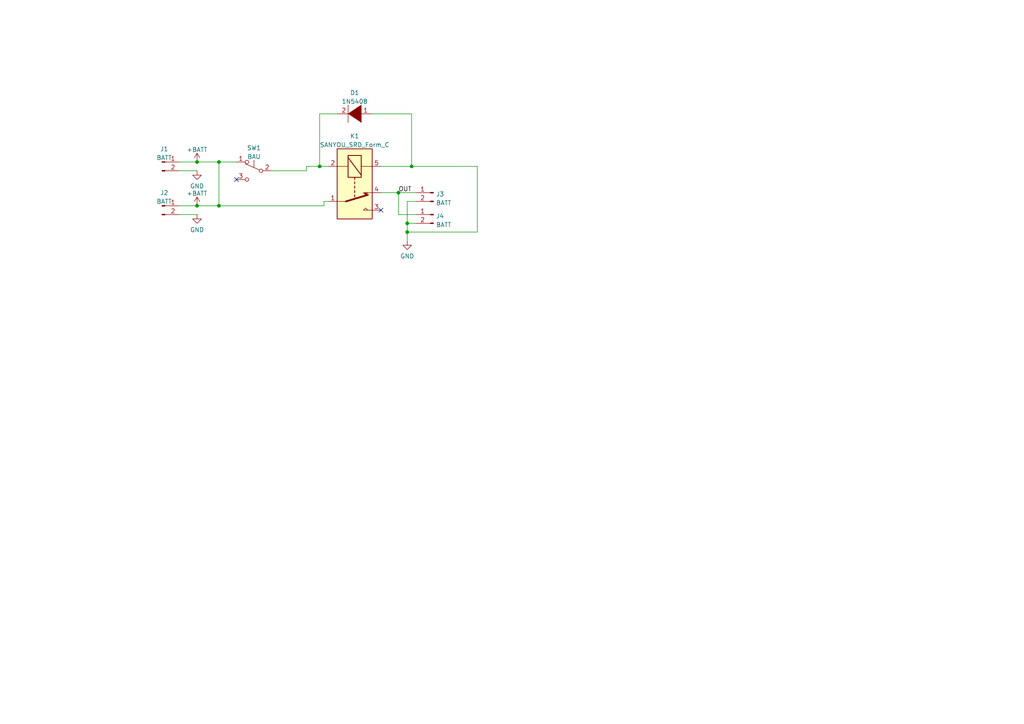
<source format=kicad_sch>
(kicad_sch (version 20211123) (generator eeschema)
  (paper "A4")
  (lib_symbols
    (symbol "Connector:Conn_01x02_Male" (pin_names (offset 1.016) hide)
      (property "Reference" "J" (at 0 2.54 0))
      (property "Value" "Conn_01x02_Male" (at 0 -5.08 0))
      (symbol "Conn_01x02_Male_1_1"
        (polyline (pts (xy 1.27 -2.54) (xy 0.8636 -2.54)) (stroke (width 0.1524)))
        (polyline (pts (xy 1.27 0) (xy 0.8636 0)) (stroke (width 0.1524)))
        (rectangle (start 0.8636 -2.413) (end 0 -2.667) (stroke (width 0.1524)) (fill (type outline)))
        (rectangle (start 0.8636 0.127) (end 0 -0.127) (stroke (width 0.1524)) (fill (type outline)))
        (pin passive line (at 5.08 0 180) (length 3.81) (name "Pin_1") (number "1"))
        (pin passive line (at 5.08 -2.54 180) (length 3.81) (name "Pin_2") (number "2"))
      )
    )
    (symbol "Relay:SANYOU_SRD_Form_C"
      (property "Reference" "K" (at 11.43 3.81 0))
      (property "Value" "SANYOU_SRD_Form_C" (at 11.43 1.27 0))
      (symbol "SANYOU_SRD_Form_C_0_0"
        (polyline (pts (xy 7.62 5.08) (xy 7.62 2.54) (xy 6.985 3.175) (xy 7.62 3.81)))
      )
      (symbol "SANYOU_SRD_Form_C_0_1"
        (rectangle (start -10.16 5.08) (end 10.16 -5.08) (stroke (width 0.254)) (fill (type background)))
        (rectangle (start -8.255 1.905) (end -1.905 -1.905) (stroke (width 0.254)))
        (polyline (pts (xy -7.62 -1.905) (xy -2.54 1.905)) (stroke (width 0.254)))
        (polyline (pts (xy -5.08 -5.08) (xy -5.08 -1.905)))
        (polyline (pts (xy -5.08 5.08) (xy -5.08 1.905)))
        (polyline (pts (xy -1.905 0) (xy -1.27 0)) (stroke (width 0.254)))
        (polyline (pts (xy -0.635 0) (xy 0 0)) (stroke (width 0.254)))
        (polyline (pts (xy 0.635 0) (xy 1.27 0)) (stroke (width 0.254)))
        (polyline (pts (xy 1.905 0) (xy 2.54 0)) (stroke (width 0.254)))
        (polyline (pts (xy 3.175 0) (xy 3.81 0)) (stroke (width 0.254)))
        (polyline (pts (xy 5.08 -2.54) (xy 3.175 3.81)) (stroke (width 0.508)))
        (polyline (pts (xy 5.08 -2.54) (xy 5.08 -5.08)))
      )
      (symbol "SANYOU_SRD_Form_C_1_1"
        (polyline (pts (xy 2.54 3.81) (xy 3.175 3.175) (xy 2.54 2.54) (xy 2.54 5.08)) (fill (type outline)))
        (pin passive line (at 5.08 -7.62 90) (length 2.54) (name "~") (number "1"))
        (pin passive line (at -5.08 -7.62 90) (length 2.54) (name "~") (number "2"))
        (pin passive line (at 7.62 7.62 270) (length 2.54) (name "~") (number "3"))
        (pin passive line (at 2.54 7.62 270) (length 2.54) (name "~") (number "4"))
        (pin passive line (at -5.08 7.62 270) (length 2.54) (name "~") (number "5"))
      )
    )
    (symbol "Switch:SW_Push_SPDT" (pin_names (offset 0) hide)
      (property "Reference" "SW" (at 0 4.318 0))
      (property "Value" "SW_Push_SPDT" (at 0 -5.08 0))
      (symbol "SW_Push_SPDT_0_0"
        (circle (center -2.032 0) (radius 0.508))
        (polyline (pts (xy 0 1.016) (xy 0 3.048)))
        (circle (center 2.032 -2.54) (radius 0.508))
      )
      (symbol "SW_Push_SPDT_0_1"
        (polyline (pts (xy -1.524 0.254) (xy 2.54 2.032)))
        (circle (center 2.032 2.54) (radius 0.508))
      )
      (symbol "SW_Push_SPDT_1_1"
        (pin passive line (at 5.08 2.54 180) (length 2.54) (name "A") (number "1"))
        (pin passive line (at -5.08 0 0) (length 2.54) (name "B") (number "2"))
        (pin passive line (at 5.08 -2.54 180) (length 2.54) (name "C") (number "3"))
      )
    )
    (symbol "power:+BATT" (power) (pin_names (offset 0))
      (property "Value" "+BATT" (at 0 3.556 0))
      (symbol "+BATT_0_1"
        (polyline (pts (xy -0.762 1.27) (xy 0 2.54)))
        (polyline (pts (xy 0 0) (xy 0 2.54)))
        (polyline (pts (xy 0 2.54) (xy 0.762 1.27)))
      )
      (symbol "+BATT_1_1"
        (pin power_in line (at 0 0 90) (length 0) hide (name "+BATT") (number "1"))
      )
    )
    (symbol "power:GND" (power) (pin_names (offset 0))
      (property "Value" "GND" (at 0 -3.81 0))
      (symbol "GND_0_1"
        (polyline (pts (xy 0 0) (xy 0 -1.27) (xy 1.27 -1.27) (xy 0 -2.54) (xy -1.27 -1.27) (xy 0 -1.27)))
      )
      (symbol "GND_1_1"
        (pin power_in line (at 0 0 270) (length 0) hide (name "GND") (number "1"))
      )
    )
    (symbol "pspice:DIODE" (pin_names (offset 1.016) hide)
      (property "Reference" "D" (at 0 3.81 0))
      (property "Value" "DIODE" (at 0 -4.445 0))
      (symbol "DIODE_0_1"
        (polyline (pts (xy 1.905 2.54) (xy 1.905 -2.54)))
        (polyline (pts (xy -1.905 2.54) (xy -1.905 -2.54) (xy 1.905 0)) (fill (type outline)))
      )
      (symbol "DIODE_1_1"
        (pin input line (at -5.08 0 0) (length 3.81) (name "K") (number "1"))
        (pin input line (at 5.08 0 180) (length 3.81) (name "A") (number "2"))
      )
    )
  )
  (junction (at 63.5 46.99))
  (junction (at 92.71 48.26))
  (junction (at 57.15 46.99))
  (junction (at 63.5 59.69))
  (junction (at 119.38 48.26))
  (junction (at 118.11 64.77))
  (junction (at 118.11 67.31))
  (junction (at 57.15 59.69))
  (junction (at 115.57 55.88))
  (no_connect (at 68.58 52.07))
  (no_connect (at 110.49 60.96))
  (wire (pts (xy 118.11 69.85) (xy 118.11 67.31)))
  (wire (pts (xy 119.38 48.26) (xy 138.43 48.26)))
  (wire (pts (xy 52.07 46.99) (xy 57.15 46.99)))
  (wire (pts (xy 63.5 46.99) (xy 68.58 46.99)))
  (wire (pts (xy 118.11 58.42) (xy 118.11 64.77)))
  (wire (pts (xy 138.43 48.26) (xy 138.43 67.31)))
  (wire (pts (xy 115.57 55.88) (xy 120.65 55.88)))
  (wire (pts (xy 115.57 55.88) (xy 115.57 62.23)))
  (wire (pts (xy 110.49 55.88) (xy 115.57 55.88)))
  (wire (pts (xy 52.07 59.69) (xy 57.15 59.69)))
  (wire (pts (xy 119.38 33.02) (xy 119.38 48.26)))
  (wire (pts (xy 88.9 48.26) (xy 92.71 48.26)))
  (wire (pts (xy 110.49 48.26) (xy 119.38 48.26)))
  (wire (pts (xy 120.65 58.42) (xy 118.11 58.42)))
  (wire (pts (xy 92.71 48.26) (xy 95.25 48.26)))
  (wire (pts (xy 78.74 49.53) (xy 88.9 49.53)))
  (wire (pts (xy 92.71 33.02) (xy 92.71 48.26)))
  (wire (pts (xy 63.5 59.69) (xy 63.5 46.99)))
  (wire (pts (xy 93.98 59.69) (xy 93.98 58.42)))
  (wire (pts (xy 88.9 49.53) (xy 88.9 48.26)))
  (wire (pts (xy 57.15 46.99) (xy 63.5 46.99)))
  (wire (pts (xy 107.95 33.02) (xy 119.38 33.02)))
  (wire (pts (xy 57.15 59.69) (xy 63.5 59.69)))
  (wire (pts (xy 97.79 33.02) (xy 92.71 33.02)))
  (wire (pts (xy 63.5 59.69) (xy 93.98 59.69)))
  (wire (pts (xy 115.57 62.23) (xy 120.65 62.23)))
  (wire (pts (xy 93.98 58.42) (xy 95.25 58.42)))
  (wire (pts (xy 138.43 67.31) (xy 118.11 67.31)))
  (wire (pts (xy 52.07 62.23) (xy 57.15 62.23)))
  (wire (pts (xy 52.07 49.53) (xy 57.15 49.53)))
  (wire (pts (xy 118.11 64.77) (xy 120.65 64.77)))
  (wire (pts (xy 118.11 67.31) (xy 118.11 64.77)))
  (label "OUT" (at 115.57 55.88 0))
  (symbol (lib_id "power:GND") (at 57.15 62.23 0) (unit 1)
    (property "Reference" "#PWR04" (effects hide))
    (property "Value" "GND" (at 57.15 66.6734 0))
  )
  (symbol (lib_id "Connector:Conn_01x02_Male") (at 46.99 46.99 0) (unit 1)
    (property "Reference" "J1" (at 47.625 43.214 0))
    (property "Value" "BATT" (at 47.625 45.7509 0))
    (property "Footprint" "Connector_AMASS:AMASS_XT60-M_1x02_P7.20mm_Vertical" (effects hide))
  )
  (symbol (lib_id "Connector:Conn_01x02_Male") (at 125.73 55.88 0) (mirror y) (unit 1)
    (property "Reference" "J3" (at 126.4412 56.3153 0) (effects (justify right)))
    (property "Value" "BATT" (at 126.4412 58.8522 0) (effects (justify right)))
    (property "Footprint" "AREA_lib_Connector:Wuerth_batcon_691313710002" (effects hide))
  )
  (symbol (lib_id "Connector:Conn_01x02_Male") (at 125.73 62.23 0) (mirror y) (unit 1)
    (property "Reference" "J4" (at 126.4412 62.6653 0) (effects (justify right)))
    (property "Value" "BATT" (at 126.4412 65.2022 0) (effects (justify right)))
    (property "Footprint" "AREA_lib_Connector:Wuerth_batcon_691313710002" (effects hide))
  )
  (symbol (lib_id "power:+BATT") (at 57.15 46.99 0) (unit 1)
    (property "Reference" "#PWR01" (effects hide))
    (property "Value" "+BATT" (at 57.15 43.4142 0))
  )
  (symbol (lib_id "Relay:SANYOU_SRD_Form_C") (at 102.87 53.34 270) (unit 1)
    (property "Reference" "K1" (at 102.87 39.4802 90))
    (property "Value" "SANYOU_SRD_Form_C" (at 102.87 42.0171 90))
    (property "Footprint" "Relay_THT:Relay_SPDT_SANYOU_SRD_Series_Form_C" (effects hide))
    (property "Datasheet" "http://www.sanyourelay.ca/public/products/pdf/SRD.pdf" (effects hide))
  )
  (symbol (lib_id "power:+BATT") (at 57.15 59.69 0) (unit 1)
    (property "Reference" "#PWR03" (effects hide))
    (property "Value" "+BATT" (at 57.15 56.1142 0))
  )
  (symbol (lib_id "Switch:SW_Push_SPDT") (at 73.66 49.53 0) (mirror y) (unit 1)
    (property "Reference" "SW1" (at 73.66 42.9092 0))
    (property "Value" "BAU" (at 73.66 45.4461 0))
    (property "Footprint" "Connector_PinHeader_2.54mm:PinHeader_1x03_P2.54mm_Vertical" (effects hide))
  )
  (symbol (lib_id "power:GND") (at 57.15 49.53 0) (unit 1)
    (property "Reference" "#PWR02" (effects hide))
    (property "Value" "GND" (at 57.15 53.9734 0))
  )
  (symbol (lib_id "pspice:DIODE") (at 102.87 33.02 180) (unit 1)
    (property "Reference" "D1" (at 102.87 26.9072 0))
    (property "Value" "1N5408" (at 102.87 29.4441 0))
    (property "Footprint" "Diode_THT:D_DO-201AD_P15.24mm_Horizontal" (effects hide))
  )
  (symbol (lib_id "Connector:Conn_01x02_Male") (at 46.99 59.69 0) (unit 1)
    (property "Reference" "J2" (at 47.625 55.914 0))
    (property "Value" "BATT" (at 47.625 58.4509 0))
    (property "Footprint" "Connector_AMASS:AMASS_XT60-M_1x02_P7.20mm_Vertical" (effects hide))
  )
  (symbol (lib_id "power:GND") (at 118.11 69.85 0) (unit 1)
    (property "Reference" "#PWR05" (effects hide))
    (property "Value" "GND" (at 118.11 74.2934 0))
  )
)
</source>
